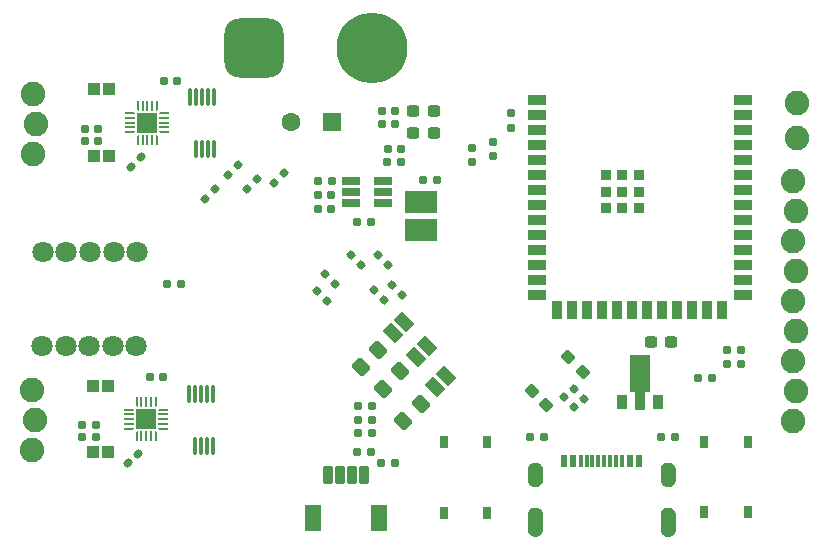
<source format=gbr>
%TF.GenerationSoftware,KiCad,Pcbnew,7.0.2*%
%TF.CreationDate,2023-05-16T16:20:19-04:00*%
%TF.ProjectId,mini_motor_go,6d696e69-5f6d-46f7-946f-725f676f2e6b,rev?*%
%TF.SameCoordinates,Original*%
%TF.FileFunction,Soldermask,Top*%
%TF.FilePolarity,Negative*%
%FSLAX46Y46*%
G04 Gerber Fmt 4.6, Leading zero omitted, Abs format (unit mm)*
G04 Created by KiCad (PCBNEW 7.0.2) date 2023-05-16 16:20:19*
%MOMM*%
%LPD*%
G01*
G04 APERTURE LIST*
G04 Aperture macros list*
%AMRoundRect*
0 Rectangle with rounded corners*
0 $1 Rounding radius*
0 $2 $3 $4 $5 $6 $7 $8 $9 X,Y pos of 4 corners*
0 Add a 4 corners polygon primitive as box body*
4,1,4,$2,$3,$4,$5,$6,$7,$8,$9,$2,$3,0*
0 Add four circle primitives for the rounded corners*
1,1,$1+$1,$2,$3*
1,1,$1+$1,$4,$5*
1,1,$1+$1,$6,$7*
1,1,$1+$1,$8,$9*
0 Add four rect primitives between the rounded corners*
20,1,$1+$1,$2,$3,$4,$5,0*
20,1,$1+$1,$4,$5,$6,$7,0*
20,1,$1+$1,$6,$7,$8,$9,0*
20,1,$1+$1,$8,$9,$2,$3,0*%
%AMRotRect*
0 Rectangle, with rotation*
0 The origin of the aperture is its center*
0 $1 length*
0 $2 width*
0 $3 Rotation angle, in degrees counterclockwise*
0 Add horizontal line*
21,1,$1,$2,0,0,$3*%
%AMFreePoly0*
4,1,14,0.289644,0.110355,0.410355,-0.010356,0.425000,-0.045711,0.425000,-0.075000,0.410355,-0.110355,0.375000,-0.125000,-0.375000,-0.125000,-0.410355,-0.110355,-0.425000,-0.075000,-0.425000,0.075000,-0.410355,0.110355,-0.375000,0.125000,0.254289,0.125000,0.289644,0.110355,0.289644,0.110355,$1*%
%AMFreePoly1*
4,1,14,0.410355,0.110355,0.425000,0.075000,0.425000,0.045711,0.410355,0.010356,0.289644,-0.110355,0.254289,-0.125000,-0.375000,-0.125000,-0.410355,-0.110355,-0.425000,-0.075000,-0.425000,0.075000,-0.410355,0.110355,-0.375000,0.125000,0.375000,0.125000,0.410355,0.110355,0.410355,0.110355,$1*%
%AMFreePoly2*
4,1,14,0.110355,0.410355,0.125000,0.375000,0.125000,-0.375000,0.110355,-0.410355,0.075000,-0.425000,-0.075000,-0.425000,-0.110355,-0.410355,-0.125000,-0.375000,-0.125000,0.254289,-0.110355,0.289644,0.010356,0.410355,0.045711,0.425000,0.075000,0.425000,0.110355,0.410355,0.110355,0.410355,$1*%
%AMFreePoly3*
4,1,14,-0.010356,0.410355,0.110355,0.289644,0.125000,0.254289,0.125000,-0.375000,0.110355,-0.410355,0.075000,-0.425000,-0.075000,-0.425000,-0.110355,-0.410355,-0.125000,-0.375000,-0.125000,0.375000,-0.110355,0.410355,-0.075000,0.425000,-0.045711,0.425000,-0.010356,0.410355,-0.010356,0.410355,$1*%
%AMFreePoly4*
4,1,14,0.410355,0.110355,0.425000,0.075000,0.425000,-0.075000,0.410355,-0.110355,0.375000,-0.125000,-0.254289,-0.125000,-0.289644,-0.110355,-0.410355,0.010356,-0.425000,0.045711,-0.425000,0.075000,-0.410355,0.110355,-0.375000,0.125000,0.375000,0.125000,0.410355,0.110355,0.410355,0.110355,$1*%
%AMFreePoly5*
4,1,14,0.410355,0.110355,0.425000,0.075000,0.425000,-0.075000,0.410355,-0.110355,0.375000,-0.125000,-0.375000,-0.125000,-0.410355,-0.110355,-0.425000,-0.075000,-0.425000,-0.045711,-0.410355,-0.010356,-0.289644,0.110355,-0.254289,0.125000,0.375000,0.125000,0.410355,0.110355,0.410355,0.110355,$1*%
%AMFreePoly6*
4,1,14,0.110355,0.410355,0.125000,0.375000,0.125000,-0.254289,0.110355,-0.289644,-0.010356,-0.410355,-0.045711,-0.425000,-0.075000,-0.425000,-0.110355,-0.410355,-0.125000,-0.375000,-0.125000,0.375000,-0.110355,0.410355,-0.075000,0.425000,0.075000,0.425000,0.110355,0.410355,0.110355,0.410355,$1*%
%AMFreePoly7*
4,1,14,0.110355,0.410355,0.125000,0.375000,0.125000,-0.375000,0.110355,-0.410355,0.075000,-0.425000,0.045711,-0.425000,0.010356,-0.410355,-0.110355,-0.289644,-0.125000,-0.254289,-0.125000,0.375000,-0.110355,0.410355,-0.075000,0.425000,0.075000,0.425000,0.110355,0.410355,0.110355,0.410355,$1*%
%AMFreePoly8*
4,1,9,3.862500,-0.866500,0.737500,-0.866500,0.737500,-0.450000,-0.737500,-0.450000,-0.737500,0.450000,0.737500,0.450000,0.737500,0.866500,3.862500,0.866500,3.862500,-0.866500,3.862500,-0.866500,$1*%
G04 Aperture macros list end*
%ADD10C,0.010000*%
%ADD11R,1.100000X1.000000*%
%ADD12FreePoly0,90.000000*%
%ADD13RoundRect,0.062500X0.062500X-0.362500X0.062500X0.362500X-0.062500X0.362500X-0.062500X-0.362500X0*%
%ADD14FreePoly1,90.000000*%
%ADD15FreePoly2,90.000000*%
%ADD16RoundRect,0.062500X0.362500X-0.062500X0.362500X0.062500X-0.362500X0.062500X-0.362500X-0.062500X0*%
%ADD17FreePoly3,90.000000*%
%ADD18FreePoly4,90.000000*%
%ADD19RoundRect,0.062500X0.062500X-0.350000X0.062500X0.350000X-0.062500X0.350000X-0.062500X-0.350000X0*%
%ADD20FreePoly5,90.000000*%
%ADD21FreePoly6,90.000000*%
%ADD22FreePoly7,90.000000*%
%ADD23R,1.700000X1.700000*%
%ADD24RoundRect,0.155000X0.040659X0.259862X-0.259862X-0.040659X-0.040659X-0.259862X0.259862X0.040659X0*%
%ADD25RoundRect,0.160000X-0.160000X0.197500X-0.160000X-0.197500X0.160000X-0.197500X0.160000X0.197500X0*%
%ADD26C,1.800860*%
%ADD27RotRect,1.000000X1.500000X45.000000*%
%ADD28RoundRect,0.030000X0.120000X-0.695000X0.120000X0.695000X-0.120000X0.695000X-0.120000X-0.695000X0*%
%ADD29RoundRect,0.160000X0.026517X0.252791X-0.252791X-0.026517X-0.026517X-0.252791X0.252791X0.026517X0*%
%ADD30RoundRect,0.250000X0.088388X-0.548008X0.548008X-0.088388X-0.088388X0.548008X-0.548008X0.088388X0*%
%ADD31RoundRect,0.160000X0.197500X0.160000X-0.197500X0.160000X-0.197500X-0.160000X0.197500X-0.160000X0*%
%ADD32RoundRect,0.160000X-0.197500X-0.160000X0.197500X-0.160000X0.197500X0.160000X-0.197500X0.160000X0*%
%ADD33RoundRect,0.155000X-0.212500X-0.155000X0.212500X-0.155000X0.212500X0.155000X-0.212500X0.155000X0*%
%ADD34R,2.800000X1.850000*%
%ADD35RoundRect,0.160000X0.160000X-0.197500X0.160000X0.197500X-0.160000X0.197500X-0.160000X-0.197500X0*%
%ADD36R,0.700000X1.000000*%
%ADD37RoundRect,0.155000X0.212500X0.155000X-0.212500X0.155000X-0.212500X-0.155000X0.212500X-0.155000X0*%
%ADD38RoundRect,0.160000X-0.026517X-0.252791X0.252791X0.026517X0.026517X0.252791X-0.252791X-0.026517X0*%
%ADD39R,1.500000X0.900000*%
%ADD40R,0.900000X1.500000*%
%ADD41R,0.900000X0.900000*%
%ADD42RoundRect,0.160000X-0.252791X0.026517X0.026517X-0.252791X0.252791X-0.026517X-0.026517X0.252791X0*%
%ADD43RoundRect,0.160000X0.252791X-0.026517X-0.026517X0.252791X-0.252791X0.026517X0.026517X-0.252791X0*%
%ADD44RoundRect,0.237500X0.380070X-0.044194X-0.044194X0.380070X-0.380070X0.044194X0.044194X-0.380070X0*%
%ADD45RoundRect,0.237500X-0.300000X-0.237500X0.300000X-0.237500X0.300000X0.237500X-0.300000X0.237500X0*%
%ADD46C,2.082800*%
%ADD47R,1.560000X0.650000*%
%ADD48R,0.600000X1.100000*%
%ADD49R,0.300000X1.100000*%
%ADD50RoundRect,0.155000X-0.155000X0.212500X-0.155000X-0.212500X0.155000X-0.212500X0.155000X0.212500X0*%
%ADD51R,1.600000X1.600000*%
%ADD52C,1.600000*%
%ADD53RoundRect,0.237500X0.300000X0.237500X-0.300000X0.237500X-0.300000X-0.237500X0.300000X-0.237500X0*%
%ADD54RoundRect,0.101600X-0.299720X-0.674370X0.299720X-0.674370X0.299720X0.674370X-0.299720X0.674370X0*%
%ADD55RoundRect,0.101600X-0.599440X-0.999490X0.599440X-0.999490X0.599440X0.999490X-0.599440X0.999490X0*%
%ADD56R,0.900000X1.300000*%
%ADD57FreePoly8,90.000000*%
%ADD58C,6.000000*%
%ADD59RoundRect,1.250000X1.250000X1.250000X-1.250000X1.250000X-1.250000X-1.250000X1.250000X-1.250000X0*%
G04 APERTURE END LIST*
%TO.C,J11*%
D10*
X158781000Y-89921000D02*
X158813000Y-89923000D01*
X158844000Y-89927000D01*
X158875000Y-89933000D01*
X158905000Y-89940000D01*
X158935000Y-89949000D01*
X158965000Y-89960000D01*
X158994000Y-89972000D01*
X159022000Y-89985000D01*
X159050000Y-90000000D01*
X159077000Y-90017000D01*
X159103000Y-90035000D01*
X159128000Y-90054000D01*
X159151000Y-90074000D01*
X159174000Y-90096000D01*
X159196000Y-90119000D01*
X159216000Y-90142000D01*
X159235000Y-90167000D01*
X159253000Y-90193000D01*
X159270000Y-90220000D01*
X159285000Y-90248000D01*
X159298000Y-90276000D01*
X159310000Y-90305000D01*
X159321000Y-90335000D01*
X159330000Y-90365000D01*
X159337000Y-90395000D01*
X159343000Y-90426000D01*
X159347000Y-90457000D01*
X159349000Y-90489000D01*
X159350000Y-90520000D01*
X159350000Y-91320000D01*
X159349000Y-91351000D01*
X159347000Y-91383000D01*
X159343000Y-91414000D01*
X159337000Y-91445000D01*
X159330000Y-91475000D01*
X159321000Y-91505000D01*
X159310000Y-91535000D01*
X159298000Y-91564000D01*
X159285000Y-91592000D01*
X159270000Y-91620000D01*
X159253000Y-91647000D01*
X159235000Y-91673000D01*
X159216000Y-91698000D01*
X159196000Y-91721000D01*
X159174000Y-91744000D01*
X159151000Y-91766000D01*
X159128000Y-91786000D01*
X159103000Y-91805000D01*
X159077000Y-91823000D01*
X159050000Y-91840000D01*
X159022000Y-91855000D01*
X158994000Y-91868000D01*
X158965000Y-91880000D01*
X158935000Y-91891000D01*
X158905000Y-91900000D01*
X158875000Y-91907000D01*
X158844000Y-91913000D01*
X158813000Y-91917000D01*
X158781000Y-91919000D01*
X158750000Y-91920000D01*
X158719000Y-91919000D01*
X158687000Y-91917000D01*
X158656000Y-91913000D01*
X158625000Y-91907000D01*
X158595000Y-91900000D01*
X158565000Y-91891000D01*
X158535000Y-91880000D01*
X158506000Y-91868000D01*
X158478000Y-91855000D01*
X158450000Y-91840000D01*
X158423000Y-91823000D01*
X158397000Y-91805000D01*
X158372000Y-91786000D01*
X158349000Y-91766000D01*
X158326000Y-91744000D01*
X158304000Y-91721000D01*
X158284000Y-91698000D01*
X158265000Y-91673000D01*
X158247000Y-91647000D01*
X158230000Y-91620000D01*
X158215000Y-91592000D01*
X158202000Y-91564000D01*
X158190000Y-91535000D01*
X158179000Y-91505000D01*
X158170000Y-91475000D01*
X158163000Y-91445000D01*
X158157000Y-91414000D01*
X158153000Y-91383000D01*
X158151000Y-91351000D01*
X158150000Y-91320000D01*
X158150000Y-90520000D01*
X158151000Y-90489000D01*
X158153000Y-90457000D01*
X158157000Y-90426000D01*
X158163000Y-90395000D01*
X158170000Y-90365000D01*
X158179000Y-90335000D01*
X158190000Y-90305000D01*
X158202000Y-90276000D01*
X158215000Y-90248000D01*
X158230000Y-90220000D01*
X158247000Y-90193000D01*
X158265000Y-90167000D01*
X158284000Y-90142000D01*
X158304000Y-90119000D01*
X158326000Y-90096000D01*
X158349000Y-90074000D01*
X158372000Y-90054000D01*
X158397000Y-90035000D01*
X158423000Y-90017000D01*
X158450000Y-90000000D01*
X158478000Y-89985000D01*
X158506000Y-89972000D01*
X158535000Y-89960000D01*
X158565000Y-89949000D01*
X158595000Y-89940000D01*
X158625000Y-89933000D01*
X158656000Y-89927000D01*
X158687000Y-89923000D01*
X158719000Y-89921000D01*
X158750000Y-89920000D01*
X158781000Y-89921000D01*
G36*
X158781000Y-89921000D02*
G01*
X158813000Y-89923000D01*
X158844000Y-89927000D01*
X158875000Y-89933000D01*
X158905000Y-89940000D01*
X158935000Y-89949000D01*
X158965000Y-89960000D01*
X158994000Y-89972000D01*
X159022000Y-89985000D01*
X159050000Y-90000000D01*
X159077000Y-90017000D01*
X159103000Y-90035000D01*
X159128000Y-90054000D01*
X159151000Y-90074000D01*
X159174000Y-90096000D01*
X159196000Y-90119000D01*
X159216000Y-90142000D01*
X159235000Y-90167000D01*
X159253000Y-90193000D01*
X159270000Y-90220000D01*
X159285000Y-90248000D01*
X159298000Y-90276000D01*
X159310000Y-90305000D01*
X159321000Y-90335000D01*
X159330000Y-90365000D01*
X159337000Y-90395000D01*
X159343000Y-90426000D01*
X159347000Y-90457000D01*
X159349000Y-90489000D01*
X159350000Y-90520000D01*
X159350000Y-91320000D01*
X159349000Y-91351000D01*
X159347000Y-91383000D01*
X159343000Y-91414000D01*
X159337000Y-91445000D01*
X159330000Y-91475000D01*
X159321000Y-91505000D01*
X159310000Y-91535000D01*
X159298000Y-91564000D01*
X159285000Y-91592000D01*
X159270000Y-91620000D01*
X159253000Y-91647000D01*
X159235000Y-91673000D01*
X159216000Y-91698000D01*
X159196000Y-91721000D01*
X159174000Y-91744000D01*
X159151000Y-91766000D01*
X159128000Y-91786000D01*
X159103000Y-91805000D01*
X159077000Y-91823000D01*
X159050000Y-91840000D01*
X159022000Y-91855000D01*
X158994000Y-91868000D01*
X158965000Y-91880000D01*
X158935000Y-91891000D01*
X158905000Y-91900000D01*
X158875000Y-91907000D01*
X158844000Y-91913000D01*
X158813000Y-91917000D01*
X158781000Y-91919000D01*
X158750000Y-91920000D01*
X158719000Y-91919000D01*
X158687000Y-91917000D01*
X158656000Y-91913000D01*
X158625000Y-91907000D01*
X158595000Y-91900000D01*
X158565000Y-91891000D01*
X158535000Y-91880000D01*
X158506000Y-91868000D01*
X158478000Y-91855000D01*
X158450000Y-91840000D01*
X158423000Y-91823000D01*
X158397000Y-91805000D01*
X158372000Y-91786000D01*
X158349000Y-91766000D01*
X158326000Y-91744000D01*
X158304000Y-91721000D01*
X158284000Y-91698000D01*
X158265000Y-91673000D01*
X158247000Y-91647000D01*
X158230000Y-91620000D01*
X158215000Y-91592000D01*
X158202000Y-91564000D01*
X158190000Y-91535000D01*
X158179000Y-91505000D01*
X158170000Y-91475000D01*
X158163000Y-91445000D01*
X158157000Y-91414000D01*
X158153000Y-91383000D01*
X158151000Y-91351000D01*
X158150000Y-91320000D01*
X158150000Y-90520000D01*
X158151000Y-90489000D01*
X158153000Y-90457000D01*
X158157000Y-90426000D01*
X158163000Y-90395000D01*
X158170000Y-90365000D01*
X158179000Y-90335000D01*
X158190000Y-90305000D01*
X158202000Y-90276000D01*
X158215000Y-90248000D01*
X158230000Y-90220000D01*
X158247000Y-90193000D01*
X158265000Y-90167000D01*
X158284000Y-90142000D01*
X158304000Y-90119000D01*
X158326000Y-90096000D01*
X158349000Y-90074000D01*
X158372000Y-90054000D01*
X158397000Y-90035000D01*
X158423000Y-90017000D01*
X158450000Y-90000000D01*
X158478000Y-89985000D01*
X158506000Y-89972000D01*
X158535000Y-89960000D01*
X158565000Y-89949000D01*
X158595000Y-89940000D01*
X158625000Y-89933000D01*
X158656000Y-89927000D01*
X158687000Y-89923000D01*
X158719000Y-89921000D01*
X158750000Y-89920000D01*
X158781000Y-89921000D01*
G37*
X158781000Y-93721000D02*
X158813000Y-93723000D01*
X158844000Y-93727000D01*
X158875000Y-93733000D01*
X158905000Y-93740000D01*
X158935000Y-93749000D01*
X158965000Y-93760000D01*
X158994000Y-93772000D01*
X159022000Y-93785000D01*
X159050000Y-93800000D01*
X159077000Y-93817000D01*
X159103000Y-93835000D01*
X159128000Y-93854000D01*
X159151000Y-93874000D01*
X159174000Y-93896000D01*
X159196000Y-93919000D01*
X159216000Y-93942000D01*
X159235000Y-93967000D01*
X159253000Y-93993000D01*
X159270000Y-94020000D01*
X159285000Y-94048000D01*
X159298000Y-94076000D01*
X159310000Y-94105000D01*
X159321000Y-94135000D01*
X159330000Y-94165000D01*
X159337000Y-94195000D01*
X159343000Y-94226000D01*
X159347000Y-94257000D01*
X159349000Y-94289000D01*
X159350000Y-94320000D01*
X159350000Y-95520000D01*
X159349000Y-95551000D01*
X159347000Y-95583000D01*
X159343000Y-95614000D01*
X159337000Y-95645000D01*
X159330000Y-95675000D01*
X159321000Y-95705000D01*
X159310000Y-95735000D01*
X159298000Y-95764000D01*
X159285000Y-95792000D01*
X159270000Y-95820000D01*
X159253000Y-95847000D01*
X159235000Y-95873000D01*
X159216000Y-95898000D01*
X159196000Y-95921000D01*
X159174000Y-95944000D01*
X159151000Y-95966000D01*
X159128000Y-95986000D01*
X159103000Y-96005000D01*
X159077000Y-96023000D01*
X159050000Y-96040000D01*
X159022000Y-96055000D01*
X158994000Y-96068000D01*
X158965000Y-96080000D01*
X158935000Y-96091000D01*
X158905000Y-96100000D01*
X158875000Y-96107000D01*
X158844000Y-96113000D01*
X158813000Y-96117000D01*
X158781000Y-96119000D01*
X158750000Y-96120000D01*
X158719000Y-96119000D01*
X158687000Y-96117000D01*
X158656000Y-96113000D01*
X158625000Y-96107000D01*
X158595000Y-96100000D01*
X158565000Y-96091000D01*
X158535000Y-96080000D01*
X158506000Y-96068000D01*
X158478000Y-96055000D01*
X158450000Y-96040000D01*
X158423000Y-96023000D01*
X158397000Y-96005000D01*
X158372000Y-95986000D01*
X158349000Y-95966000D01*
X158326000Y-95944000D01*
X158304000Y-95921000D01*
X158284000Y-95898000D01*
X158265000Y-95873000D01*
X158247000Y-95847000D01*
X158230000Y-95820000D01*
X158215000Y-95792000D01*
X158202000Y-95764000D01*
X158190000Y-95735000D01*
X158179000Y-95705000D01*
X158170000Y-95675000D01*
X158163000Y-95645000D01*
X158157000Y-95614000D01*
X158153000Y-95583000D01*
X158151000Y-95551000D01*
X158150000Y-95520000D01*
X158150000Y-94320000D01*
X158151000Y-94289000D01*
X158153000Y-94257000D01*
X158157000Y-94226000D01*
X158163000Y-94195000D01*
X158170000Y-94165000D01*
X158179000Y-94135000D01*
X158190000Y-94105000D01*
X158202000Y-94076000D01*
X158215000Y-94048000D01*
X158230000Y-94020000D01*
X158247000Y-93993000D01*
X158265000Y-93967000D01*
X158284000Y-93942000D01*
X158304000Y-93919000D01*
X158326000Y-93896000D01*
X158349000Y-93874000D01*
X158372000Y-93854000D01*
X158397000Y-93835000D01*
X158423000Y-93817000D01*
X158450000Y-93800000D01*
X158478000Y-93785000D01*
X158506000Y-93772000D01*
X158535000Y-93760000D01*
X158565000Y-93749000D01*
X158595000Y-93740000D01*
X158625000Y-93733000D01*
X158656000Y-93727000D01*
X158687000Y-93723000D01*
X158719000Y-93721000D01*
X158750000Y-93720000D01*
X158781000Y-93721000D01*
G36*
X158781000Y-93721000D02*
G01*
X158813000Y-93723000D01*
X158844000Y-93727000D01*
X158875000Y-93733000D01*
X158905000Y-93740000D01*
X158935000Y-93749000D01*
X158965000Y-93760000D01*
X158994000Y-93772000D01*
X159022000Y-93785000D01*
X159050000Y-93800000D01*
X159077000Y-93817000D01*
X159103000Y-93835000D01*
X159128000Y-93854000D01*
X159151000Y-93874000D01*
X159174000Y-93896000D01*
X159196000Y-93919000D01*
X159216000Y-93942000D01*
X159235000Y-93967000D01*
X159253000Y-93993000D01*
X159270000Y-94020000D01*
X159285000Y-94048000D01*
X159298000Y-94076000D01*
X159310000Y-94105000D01*
X159321000Y-94135000D01*
X159330000Y-94165000D01*
X159337000Y-94195000D01*
X159343000Y-94226000D01*
X159347000Y-94257000D01*
X159349000Y-94289000D01*
X159350000Y-94320000D01*
X159350000Y-95520000D01*
X159349000Y-95551000D01*
X159347000Y-95583000D01*
X159343000Y-95614000D01*
X159337000Y-95645000D01*
X159330000Y-95675000D01*
X159321000Y-95705000D01*
X159310000Y-95735000D01*
X159298000Y-95764000D01*
X159285000Y-95792000D01*
X159270000Y-95820000D01*
X159253000Y-95847000D01*
X159235000Y-95873000D01*
X159216000Y-95898000D01*
X159196000Y-95921000D01*
X159174000Y-95944000D01*
X159151000Y-95966000D01*
X159128000Y-95986000D01*
X159103000Y-96005000D01*
X159077000Y-96023000D01*
X159050000Y-96040000D01*
X159022000Y-96055000D01*
X158994000Y-96068000D01*
X158965000Y-96080000D01*
X158935000Y-96091000D01*
X158905000Y-96100000D01*
X158875000Y-96107000D01*
X158844000Y-96113000D01*
X158813000Y-96117000D01*
X158781000Y-96119000D01*
X158750000Y-96120000D01*
X158719000Y-96119000D01*
X158687000Y-96117000D01*
X158656000Y-96113000D01*
X158625000Y-96107000D01*
X158595000Y-96100000D01*
X158565000Y-96091000D01*
X158535000Y-96080000D01*
X158506000Y-96068000D01*
X158478000Y-96055000D01*
X158450000Y-96040000D01*
X158423000Y-96023000D01*
X158397000Y-96005000D01*
X158372000Y-95986000D01*
X158349000Y-95966000D01*
X158326000Y-95944000D01*
X158304000Y-95921000D01*
X158284000Y-95898000D01*
X158265000Y-95873000D01*
X158247000Y-95847000D01*
X158230000Y-95820000D01*
X158215000Y-95792000D01*
X158202000Y-95764000D01*
X158190000Y-95735000D01*
X158179000Y-95705000D01*
X158170000Y-95675000D01*
X158163000Y-95645000D01*
X158157000Y-95614000D01*
X158153000Y-95583000D01*
X158151000Y-95551000D01*
X158150000Y-95520000D01*
X158150000Y-94320000D01*
X158151000Y-94289000D01*
X158153000Y-94257000D01*
X158157000Y-94226000D01*
X158163000Y-94195000D01*
X158170000Y-94165000D01*
X158179000Y-94135000D01*
X158190000Y-94105000D01*
X158202000Y-94076000D01*
X158215000Y-94048000D01*
X158230000Y-94020000D01*
X158247000Y-93993000D01*
X158265000Y-93967000D01*
X158284000Y-93942000D01*
X158304000Y-93919000D01*
X158326000Y-93896000D01*
X158349000Y-93874000D01*
X158372000Y-93854000D01*
X158397000Y-93835000D01*
X158423000Y-93817000D01*
X158450000Y-93800000D01*
X158478000Y-93785000D01*
X158506000Y-93772000D01*
X158535000Y-93760000D01*
X158565000Y-93749000D01*
X158595000Y-93740000D01*
X158625000Y-93733000D01*
X158656000Y-93727000D01*
X158687000Y-93723000D01*
X158719000Y-93721000D01*
X158750000Y-93720000D01*
X158781000Y-93721000D01*
G37*
X170021000Y-89921000D02*
X170053000Y-89923000D01*
X170084000Y-89927000D01*
X170115000Y-89933000D01*
X170145000Y-89940000D01*
X170175000Y-89949000D01*
X170205000Y-89960000D01*
X170234000Y-89972000D01*
X170262000Y-89985000D01*
X170290000Y-90000000D01*
X170317000Y-90017000D01*
X170343000Y-90035000D01*
X170368000Y-90054000D01*
X170391000Y-90074000D01*
X170414000Y-90096000D01*
X170436000Y-90119000D01*
X170456000Y-90142000D01*
X170475000Y-90167000D01*
X170493000Y-90193000D01*
X170510000Y-90220000D01*
X170525000Y-90248000D01*
X170538000Y-90276000D01*
X170550000Y-90305000D01*
X170561000Y-90335000D01*
X170570000Y-90365000D01*
X170577000Y-90395000D01*
X170583000Y-90426000D01*
X170587000Y-90457000D01*
X170589000Y-90489000D01*
X170590000Y-90520000D01*
X170590000Y-91320000D01*
X170589000Y-91351000D01*
X170587000Y-91383000D01*
X170583000Y-91414000D01*
X170577000Y-91445000D01*
X170570000Y-91475000D01*
X170561000Y-91505000D01*
X170550000Y-91535000D01*
X170538000Y-91564000D01*
X170525000Y-91592000D01*
X170510000Y-91620000D01*
X170493000Y-91647000D01*
X170475000Y-91673000D01*
X170456000Y-91698000D01*
X170436000Y-91721000D01*
X170414000Y-91744000D01*
X170391000Y-91766000D01*
X170368000Y-91786000D01*
X170343000Y-91805000D01*
X170317000Y-91823000D01*
X170290000Y-91840000D01*
X170262000Y-91855000D01*
X170234000Y-91868000D01*
X170205000Y-91880000D01*
X170175000Y-91891000D01*
X170145000Y-91900000D01*
X170115000Y-91907000D01*
X170084000Y-91913000D01*
X170053000Y-91917000D01*
X170021000Y-91919000D01*
X169990000Y-91920000D01*
X169959000Y-91919000D01*
X169927000Y-91917000D01*
X169896000Y-91913000D01*
X169865000Y-91907000D01*
X169835000Y-91900000D01*
X169805000Y-91891000D01*
X169775000Y-91880000D01*
X169746000Y-91868000D01*
X169718000Y-91855000D01*
X169690000Y-91840000D01*
X169663000Y-91823000D01*
X169637000Y-91805000D01*
X169612000Y-91786000D01*
X169589000Y-91766000D01*
X169566000Y-91744000D01*
X169544000Y-91721000D01*
X169524000Y-91698000D01*
X169505000Y-91673000D01*
X169487000Y-91647000D01*
X169470000Y-91620000D01*
X169455000Y-91592000D01*
X169442000Y-91564000D01*
X169430000Y-91535000D01*
X169419000Y-91505000D01*
X169410000Y-91475000D01*
X169403000Y-91445000D01*
X169397000Y-91414000D01*
X169393000Y-91383000D01*
X169391000Y-91351000D01*
X169390000Y-91320000D01*
X169390000Y-90520000D01*
X169391000Y-90489000D01*
X169393000Y-90457000D01*
X169397000Y-90426000D01*
X169403000Y-90395000D01*
X169410000Y-90365000D01*
X169419000Y-90335000D01*
X169430000Y-90305000D01*
X169442000Y-90276000D01*
X169455000Y-90248000D01*
X169470000Y-90220000D01*
X169487000Y-90193000D01*
X169505000Y-90167000D01*
X169524000Y-90142000D01*
X169544000Y-90119000D01*
X169566000Y-90096000D01*
X169589000Y-90074000D01*
X169612000Y-90054000D01*
X169637000Y-90035000D01*
X169663000Y-90017000D01*
X169690000Y-90000000D01*
X169718000Y-89985000D01*
X169746000Y-89972000D01*
X169775000Y-89960000D01*
X169805000Y-89949000D01*
X169835000Y-89940000D01*
X169865000Y-89933000D01*
X169896000Y-89927000D01*
X169927000Y-89923000D01*
X169959000Y-89921000D01*
X169990000Y-89920000D01*
X170021000Y-89921000D01*
G36*
X170021000Y-89921000D02*
G01*
X170053000Y-89923000D01*
X170084000Y-89927000D01*
X170115000Y-89933000D01*
X170145000Y-89940000D01*
X170175000Y-89949000D01*
X170205000Y-89960000D01*
X170234000Y-89972000D01*
X170262000Y-89985000D01*
X170290000Y-90000000D01*
X170317000Y-90017000D01*
X170343000Y-90035000D01*
X170368000Y-90054000D01*
X170391000Y-90074000D01*
X170414000Y-90096000D01*
X170436000Y-90119000D01*
X170456000Y-90142000D01*
X170475000Y-90167000D01*
X170493000Y-90193000D01*
X170510000Y-90220000D01*
X170525000Y-90248000D01*
X170538000Y-90276000D01*
X170550000Y-90305000D01*
X170561000Y-90335000D01*
X170570000Y-90365000D01*
X170577000Y-90395000D01*
X170583000Y-90426000D01*
X170587000Y-90457000D01*
X170589000Y-90489000D01*
X170590000Y-90520000D01*
X170590000Y-91320000D01*
X170589000Y-91351000D01*
X170587000Y-91383000D01*
X170583000Y-91414000D01*
X170577000Y-91445000D01*
X170570000Y-91475000D01*
X170561000Y-91505000D01*
X170550000Y-91535000D01*
X170538000Y-91564000D01*
X170525000Y-91592000D01*
X170510000Y-91620000D01*
X170493000Y-91647000D01*
X170475000Y-91673000D01*
X170456000Y-91698000D01*
X170436000Y-91721000D01*
X170414000Y-91744000D01*
X170391000Y-91766000D01*
X170368000Y-91786000D01*
X170343000Y-91805000D01*
X170317000Y-91823000D01*
X170290000Y-91840000D01*
X170262000Y-91855000D01*
X170234000Y-91868000D01*
X170205000Y-91880000D01*
X170175000Y-91891000D01*
X170145000Y-91900000D01*
X170115000Y-91907000D01*
X170084000Y-91913000D01*
X170053000Y-91917000D01*
X170021000Y-91919000D01*
X169990000Y-91920000D01*
X169959000Y-91919000D01*
X169927000Y-91917000D01*
X169896000Y-91913000D01*
X169865000Y-91907000D01*
X169835000Y-91900000D01*
X169805000Y-91891000D01*
X169775000Y-91880000D01*
X169746000Y-91868000D01*
X169718000Y-91855000D01*
X169690000Y-91840000D01*
X169663000Y-91823000D01*
X169637000Y-91805000D01*
X169612000Y-91786000D01*
X169589000Y-91766000D01*
X169566000Y-91744000D01*
X169544000Y-91721000D01*
X169524000Y-91698000D01*
X169505000Y-91673000D01*
X169487000Y-91647000D01*
X169470000Y-91620000D01*
X169455000Y-91592000D01*
X169442000Y-91564000D01*
X169430000Y-91535000D01*
X169419000Y-91505000D01*
X169410000Y-91475000D01*
X169403000Y-91445000D01*
X169397000Y-91414000D01*
X169393000Y-91383000D01*
X169391000Y-91351000D01*
X169390000Y-91320000D01*
X169390000Y-90520000D01*
X169391000Y-90489000D01*
X169393000Y-90457000D01*
X169397000Y-90426000D01*
X169403000Y-90395000D01*
X169410000Y-90365000D01*
X169419000Y-90335000D01*
X169430000Y-90305000D01*
X169442000Y-90276000D01*
X169455000Y-90248000D01*
X169470000Y-90220000D01*
X169487000Y-90193000D01*
X169505000Y-90167000D01*
X169524000Y-90142000D01*
X169544000Y-90119000D01*
X169566000Y-90096000D01*
X169589000Y-90074000D01*
X169612000Y-90054000D01*
X169637000Y-90035000D01*
X169663000Y-90017000D01*
X169690000Y-90000000D01*
X169718000Y-89985000D01*
X169746000Y-89972000D01*
X169775000Y-89960000D01*
X169805000Y-89949000D01*
X169835000Y-89940000D01*
X169865000Y-89933000D01*
X169896000Y-89927000D01*
X169927000Y-89923000D01*
X169959000Y-89921000D01*
X169990000Y-89920000D01*
X170021000Y-89921000D01*
G37*
X170021000Y-93721000D02*
X170053000Y-93723000D01*
X170084000Y-93727000D01*
X170115000Y-93733000D01*
X170145000Y-93740000D01*
X170175000Y-93749000D01*
X170205000Y-93760000D01*
X170234000Y-93772000D01*
X170262000Y-93785000D01*
X170290000Y-93800000D01*
X170317000Y-93817000D01*
X170343000Y-93835000D01*
X170368000Y-93854000D01*
X170391000Y-93874000D01*
X170414000Y-93896000D01*
X170436000Y-93919000D01*
X170456000Y-93942000D01*
X170475000Y-93967000D01*
X170493000Y-93993000D01*
X170510000Y-94020000D01*
X170525000Y-94048000D01*
X170538000Y-94076000D01*
X170550000Y-94105000D01*
X170561000Y-94135000D01*
X170570000Y-94165000D01*
X170577000Y-94195000D01*
X170583000Y-94226000D01*
X170587000Y-94257000D01*
X170589000Y-94289000D01*
X170590000Y-94320000D01*
X170590000Y-94920000D01*
X170590000Y-95520000D01*
X170589000Y-95551000D01*
X170587000Y-95583000D01*
X170583000Y-95614000D01*
X170577000Y-95645000D01*
X170570000Y-95675000D01*
X170561000Y-95705000D01*
X170550000Y-95735000D01*
X170538000Y-95764000D01*
X170525000Y-95792000D01*
X170510000Y-95820000D01*
X170493000Y-95847000D01*
X170475000Y-95873000D01*
X170456000Y-95898000D01*
X170436000Y-95921000D01*
X170414000Y-95944000D01*
X170391000Y-95966000D01*
X170368000Y-95986000D01*
X170343000Y-96005000D01*
X170317000Y-96023000D01*
X170290000Y-96040000D01*
X170262000Y-96055000D01*
X170234000Y-96068000D01*
X170205000Y-96080000D01*
X170175000Y-96091000D01*
X170145000Y-96100000D01*
X170115000Y-96107000D01*
X170084000Y-96113000D01*
X170053000Y-96117000D01*
X170021000Y-96119000D01*
X169990000Y-96120000D01*
X169959000Y-96119000D01*
X169927000Y-96117000D01*
X169896000Y-96113000D01*
X169865000Y-96107000D01*
X169835000Y-96100000D01*
X169805000Y-96091000D01*
X169775000Y-96080000D01*
X169746000Y-96068000D01*
X169718000Y-96055000D01*
X169690000Y-96040000D01*
X169663000Y-96023000D01*
X169637000Y-96005000D01*
X169612000Y-95986000D01*
X169589000Y-95966000D01*
X169566000Y-95944000D01*
X169544000Y-95921000D01*
X169524000Y-95898000D01*
X169505000Y-95873000D01*
X169487000Y-95847000D01*
X169470000Y-95820000D01*
X169455000Y-95792000D01*
X169442000Y-95764000D01*
X169430000Y-95735000D01*
X169419000Y-95705000D01*
X169410000Y-95675000D01*
X169403000Y-95645000D01*
X169397000Y-95614000D01*
X169393000Y-95583000D01*
X169391000Y-95551000D01*
X169390000Y-95520000D01*
X169390000Y-94920000D01*
X169390000Y-94320000D01*
X169391000Y-94289000D01*
X169393000Y-94257000D01*
X169397000Y-94226000D01*
X169403000Y-94195000D01*
X169410000Y-94165000D01*
X169419000Y-94135000D01*
X169430000Y-94105000D01*
X169442000Y-94076000D01*
X169455000Y-94048000D01*
X169470000Y-94020000D01*
X169487000Y-93993000D01*
X169505000Y-93967000D01*
X169524000Y-93942000D01*
X169544000Y-93919000D01*
X169566000Y-93896000D01*
X169589000Y-93874000D01*
X169612000Y-93854000D01*
X169637000Y-93835000D01*
X169663000Y-93817000D01*
X169690000Y-93800000D01*
X169718000Y-93785000D01*
X169746000Y-93772000D01*
X169775000Y-93760000D01*
X169805000Y-93749000D01*
X169835000Y-93740000D01*
X169865000Y-93733000D01*
X169896000Y-93727000D01*
X169927000Y-93723000D01*
X169959000Y-93721000D01*
X169990000Y-93720000D01*
X170021000Y-93721000D01*
G36*
X170021000Y-93721000D02*
G01*
X170053000Y-93723000D01*
X170084000Y-93727000D01*
X170115000Y-93733000D01*
X170145000Y-93740000D01*
X170175000Y-93749000D01*
X170205000Y-93760000D01*
X170234000Y-93772000D01*
X170262000Y-93785000D01*
X170290000Y-93800000D01*
X170317000Y-93817000D01*
X170343000Y-93835000D01*
X170368000Y-93854000D01*
X170391000Y-93874000D01*
X170414000Y-93896000D01*
X170436000Y-93919000D01*
X170456000Y-93942000D01*
X170475000Y-93967000D01*
X170493000Y-93993000D01*
X170510000Y-94020000D01*
X170525000Y-94048000D01*
X170538000Y-94076000D01*
X170550000Y-94105000D01*
X170561000Y-94135000D01*
X170570000Y-94165000D01*
X170577000Y-94195000D01*
X170583000Y-94226000D01*
X170587000Y-94257000D01*
X170589000Y-94289000D01*
X170590000Y-94320000D01*
X170590000Y-94920000D01*
X170590000Y-95520000D01*
X170589000Y-95551000D01*
X170587000Y-95583000D01*
X170583000Y-95614000D01*
X170577000Y-95645000D01*
X170570000Y-95675000D01*
X170561000Y-95705000D01*
X170550000Y-95735000D01*
X170538000Y-95764000D01*
X170525000Y-95792000D01*
X170510000Y-95820000D01*
X170493000Y-95847000D01*
X170475000Y-95873000D01*
X170456000Y-95898000D01*
X170436000Y-95921000D01*
X170414000Y-95944000D01*
X170391000Y-95966000D01*
X170368000Y-95986000D01*
X170343000Y-96005000D01*
X170317000Y-96023000D01*
X170290000Y-96040000D01*
X170262000Y-96055000D01*
X170234000Y-96068000D01*
X170205000Y-96080000D01*
X170175000Y-96091000D01*
X170145000Y-96100000D01*
X170115000Y-96107000D01*
X170084000Y-96113000D01*
X170053000Y-96117000D01*
X170021000Y-96119000D01*
X169990000Y-96120000D01*
X169959000Y-96119000D01*
X169927000Y-96117000D01*
X169896000Y-96113000D01*
X169865000Y-96107000D01*
X169835000Y-96100000D01*
X169805000Y-96091000D01*
X169775000Y-96080000D01*
X169746000Y-96068000D01*
X169718000Y-96055000D01*
X169690000Y-96040000D01*
X169663000Y-96023000D01*
X169637000Y-96005000D01*
X169612000Y-95986000D01*
X169589000Y-95966000D01*
X169566000Y-95944000D01*
X169544000Y-95921000D01*
X169524000Y-95898000D01*
X169505000Y-95873000D01*
X169487000Y-95847000D01*
X169470000Y-95820000D01*
X169455000Y-95792000D01*
X169442000Y-95764000D01*
X169430000Y-95735000D01*
X169419000Y-95705000D01*
X169410000Y-95675000D01*
X169403000Y-95645000D01*
X169397000Y-95614000D01*
X169393000Y-95583000D01*
X169391000Y-95551000D01*
X169390000Y-95520000D01*
X169390000Y-94920000D01*
X169390000Y-94320000D01*
X169391000Y-94289000D01*
X169393000Y-94257000D01*
X169397000Y-94226000D01*
X169403000Y-94195000D01*
X169410000Y-94165000D01*
X169419000Y-94135000D01*
X169430000Y-94105000D01*
X169442000Y-94076000D01*
X169455000Y-94048000D01*
X169470000Y-94020000D01*
X169487000Y-93993000D01*
X169505000Y-93967000D01*
X169524000Y-93942000D01*
X169544000Y-93919000D01*
X169566000Y-93896000D01*
X169589000Y-93874000D01*
X169612000Y-93854000D01*
X169637000Y-93835000D01*
X169663000Y-93817000D01*
X169690000Y-93800000D01*
X169718000Y-93785000D01*
X169746000Y-93772000D01*
X169775000Y-93760000D01*
X169805000Y-93749000D01*
X169835000Y-93740000D01*
X169865000Y-93733000D01*
X169896000Y-93727000D01*
X169927000Y-93723000D01*
X169959000Y-93721000D01*
X169990000Y-93720000D01*
X170021000Y-93721000D01*
G37*
%TD*%
D11*
%TO.C,R1*%
X122602301Y-89038832D03*
X121302301Y-89038832D03*
%TD*%
%TO.C,R2*%
X122616183Y-83423249D03*
X121316183Y-83423249D03*
%TD*%
%TO.C,R15*%
X122692299Y-63932415D03*
X121392299Y-63932415D03*
%TD*%
%TO.C,R16*%
X122707923Y-58313966D03*
X121407923Y-58313966D03*
%TD*%
D12*
%TO.C,U5*%
X125039938Y-87694093D03*
D13*
X125439938Y-87694093D03*
X125839938Y-87694093D03*
X126239938Y-87694093D03*
D14*
X126639938Y-87694093D03*
D15*
X127289938Y-87044093D03*
D16*
X127289938Y-86644093D03*
X127289938Y-86244093D03*
X127289938Y-85844093D03*
D17*
X127289938Y-85444093D03*
D18*
X126639938Y-84794093D03*
D13*
X126239938Y-84794093D03*
D19*
X125839938Y-84806593D03*
D13*
X125439938Y-84794093D03*
D20*
X125039938Y-84794093D03*
D21*
X124389938Y-85444093D03*
D16*
X124389938Y-85844093D03*
X124389938Y-86244093D03*
X124389938Y-86644093D03*
D22*
X124389938Y-87044093D03*
D23*
X125839938Y-86244093D03*
%TD*%
D12*
%TO.C,U2*%
X125131600Y-62586400D03*
D13*
X125531600Y-62586400D03*
X125931600Y-62586400D03*
X126331600Y-62586400D03*
D14*
X126731600Y-62586400D03*
D15*
X127381600Y-61936400D03*
D16*
X127381600Y-61536400D03*
X127381600Y-61136400D03*
X127381600Y-60736400D03*
D17*
X127381600Y-60336400D03*
D18*
X126731600Y-59686400D03*
D13*
X126331600Y-59686400D03*
D19*
X125931600Y-59698900D03*
D13*
X125531600Y-59686400D03*
D20*
X125131600Y-59686400D03*
D21*
X124481600Y-60336400D03*
D16*
X124481600Y-60736400D03*
X124481600Y-61136400D03*
X124481600Y-61536400D03*
D22*
X124481600Y-61936400D03*
D23*
X125931600Y-61136400D03*
%TD*%
D24*
%TO.C,C2*%
X125104280Y-89164457D03*
X124301714Y-89967023D03*
%TD*%
D25*
%TO.C,R14*%
X153416000Y-63246000D03*
X153416000Y-64441000D03*
%TD*%
D26*
%TO.C,J4*%
X117019000Y-80010000D03*
X119017980Y-80010000D03*
X121016960Y-80010000D03*
X123015940Y-80010000D03*
X125014920Y-80010000D03*
%TD*%
D27*
%TO.C,JP1*%
X150316269Y-83476012D03*
X151235507Y-82556774D03*
%TD*%
D28*
%TO.C,U4*%
X130070599Y-63370400D03*
X130570599Y-63370400D03*
X131070599Y-63370400D03*
X131570599Y-63370400D03*
X131570599Y-58970400D03*
X131070599Y-58970400D03*
X130570599Y-58970400D03*
X130070599Y-58970400D03*
X129570599Y-58970400D03*
%TD*%
D29*
%TO.C,R7*%
X135233210Y-65934790D03*
X134388218Y-66779782D03*
%TD*%
D30*
%TO.C,<-3V3*%
X144001476Y-81810181D03*
X145451044Y-80360613D03*
%TD*%
%TO.C,<-Io8*%
X147614454Y-86368783D03*
X149064022Y-84919215D03*
%TD*%
D28*
%TO.C,U3*%
X129979524Y-88476458D03*
X130479524Y-88476458D03*
X130979524Y-88476458D03*
X131479524Y-88476458D03*
X131479524Y-84076458D03*
X130979524Y-84076458D03*
X130479524Y-84076458D03*
X129979524Y-84076458D03*
X129479524Y-84076458D03*
%TD*%
D31*
%TO.C,R25*%
X173781468Y-82714817D03*
X172586468Y-82714817D03*
%TD*%
D32*
%TO.C,R17*%
X146242500Y-64472000D03*
X147437500Y-64472000D03*
%TD*%
D31*
%TO.C,R33*%
X144925100Y-85160104D03*
X143730100Y-85160104D03*
%TD*%
D33*
%TO.C,C6*%
X120616900Y-62664000D03*
X121751900Y-62664000D03*
%TD*%
D34*
%TO.C,L1*%
X149098000Y-67883000D03*
X149098000Y-70183000D03*
%TD*%
D31*
%TO.C,R22*%
X144932658Y-86282843D03*
X143737658Y-86282843D03*
%TD*%
D29*
%TO.C,R5*%
X133634815Y-64739185D03*
X132789823Y-65584177D03*
%TD*%
D31*
%TO.C,R24*%
X170642456Y-87745727D03*
X169447456Y-87745727D03*
%TD*%
D27*
%TO.C,JP3*%
X146751784Y-78939106D03*
X147671022Y-78019868D03*
%TD*%
D35*
%TO.C,R19*%
X141485388Y-68458015D03*
X141485388Y-67263015D03*
%TD*%
D33*
%TO.C,C13*%
X146296573Y-63398198D03*
X147431573Y-63398198D03*
%TD*%
D36*
%TO.C,J7*%
X173084000Y-94138000D03*
X173084000Y-88138000D03*
X176784000Y-94138000D03*
X176784000Y-88138000D03*
%TD*%
D37*
%TO.C,C5*%
X121749900Y-61643600D03*
X120614900Y-61643600D03*
%TD*%
D38*
%TO.C,R9*%
X130779185Y-67594815D03*
X131624177Y-66749823D03*
%TD*%
D39*
%TO.C,U1*%
X158890000Y-59260000D03*
X158890000Y-60530000D03*
X158890000Y-61800000D03*
X158890000Y-63070000D03*
X158890000Y-64340000D03*
X158890000Y-65610000D03*
X158890000Y-66880000D03*
X158890000Y-68150000D03*
X158890000Y-69420000D03*
X158890000Y-70690000D03*
X158890000Y-71960000D03*
X158890000Y-73230000D03*
X158890000Y-74500000D03*
X158890000Y-75770000D03*
D40*
X160655000Y-77020000D03*
X161925000Y-77020000D03*
X163195000Y-77020000D03*
X164465000Y-77020000D03*
X165735000Y-77020000D03*
X167005000Y-77020000D03*
X168275000Y-77020000D03*
X169545000Y-77020000D03*
X170815000Y-77020000D03*
X172085000Y-77020000D03*
X173355000Y-77020000D03*
X174625000Y-77020000D03*
D39*
X176390000Y-75770000D03*
X176390000Y-74500000D03*
X176390000Y-73230000D03*
X176390000Y-71960000D03*
X176390000Y-70690000D03*
X176390000Y-69420000D03*
X176390000Y-68150000D03*
X176390000Y-66880000D03*
X176390000Y-65610000D03*
X176390000Y-64340000D03*
X176390000Y-63070000D03*
X176390000Y-61800000D03*
X176390000Y-60530000D03*
X176390000Y-59260000D03*
D41*
X164740000Y-65580000D03*
X164740000Y-66980000D03*
X164740000Y-68380000D03*
X166140000Y-65580000D03*
X166140000Y-66980000D03*
X166140000Y-68380000D03*
X167540000Y-65580000D03*
X167540000Y-66980000D03*
X167540000Y-68380000D03*
%TD*%
D25*
%TO.C,R10*%
X155194000Y-62738000D03*
X155194000Y-63933000D03*
%TD*%
D32*
%TO.C,R23*%
X158335161Y-87723495D03*
X159530161Y-87723495D03*
%TD*%
D42*
%TO.C,R11*%
X145437646Y-72329225D03*
X146282638Y-73174217D03*
%TD*%
D43*
%TO.C,R3*%
X147529735Y-75735409D03*
X146684743Y-74890417D03*
%TD*%
D32*
%TO.C,R27*%
X175035536Y-80395264D03*
X176230536Y-80395264D03*
%TD*%
%TO.C,R26*%
X175034864Y-81603353D03*
X176229864Y-81603353D03*
%TD*%
D37*
%TO.C,C1*%
X121565890Y-86727162D03*
X120430890Y-86727162D03*
%TD*%
D42*
%TO.C,R20*%
X162022197Y-83666041D03*
X162867189Y-84511033D03*
%TD*%
D44*
%TO.C,C20*%
X159722421Y-85046421D03*
X158502661Y-83826661D03*
%TD*%
D33*
%TO.C,C3*%
X120435690Y-87750768D03*
X121570690Y-87750768D03*
%TD*%
D45*
%TO.C,C18*%
X168539500Y-79712000D03*
X170264500Y-79712000D03*
%TD*%
D36*
%TO.C,J6*%
X151024197Y-94152726D03*
X151024197Y-88152726D03*
X154724197Y-94152726D03*
X154724197Y-88152726D03*
%TD*%
D46*
%TO.C,J2*%
X116174213Y-88862054D03*
X116428213Y-86322054D03*
X116174213Y-83782054D03*
%TD*%
D42*
%TO.C,R13*%
X140970856Y-73914856D03*
X141815848Y-74759848D03*
%TD*%
D47*
%TO.C,U7*%
X145856000Y-67934001D03*
X145856000Y-66984001D03*
X145856000Y-66034001D03*
X143156000Y-66034001D03*
X143156000Y-66984001D03*
X143156000Y-67934001D03*
%TD*%
D37*
%TO.C,C8*%
X128465516Y-57615537D03*
X127330516Y-57615537D03*
%TD*%
D48*
%TO.C,J11*%
X161170000Y-89770000D03*
X161970000Y-89770000D03*
D49*
X163120000Y-89770000D03*
X164120000Y-89770000D03*
X164620000Y-89770000D03*
X165620000Y-89770000D03*
D48*
X167570000Y-89770000D03*
X166770000Y-89770000D03*
D49*
X166120000Y-89770000D03*
X165120000Y-89770000D03*
X163620000Y-89770000D03*
X162620000Y-89770000D03*
%TD*%
D46*
%TO.C,J10*%
X180975000Y-62407800D03*
X180975000Y-59512200D03*
%TD*%
D50*
%TO.C,C14*%
X146936000Y-60138500D03*
X146936000Y-61273500D03*
%TD*%
D32*
%TO.C,R29*%
X143716150Y-88987791D03*
X144911150Y-88987791D03*
%TD*%
%TO.C,R31*%
X127612469Y-74754958D03*
X128807469Y-74754958D03*
%TD*%
D25*
%TO.C,R30*%
X156723042Y-60354469D03*
X156723042Y-61549469D03*
%TD*%
D51*
%TO.C,C10*%
X141585605Y-61085748D03*
D52*
X138085605Y-61085748D03*
%TD*%
D27*
%TO.C,JP2*%
X148682816Y-80975349D03*
X149602054Y-80056111D03*
%TD*%
D33*
%TO.C,C17*%
X149292500Y-65984000D03*
X150427500Y-65984000D03*
%TD*%
D44*
%TO.C,C19*%
X162791634Y-82231208D03*
X161571874Y-81011448D03*
%TD*%
D43*
%TO.C,R6*%
X145974749Y-76124749D03*
X145129757Y-75279757D03*
%TD*%
D31*
%TO.C,R32*%
X144924463Y-87422886D03*
X143729463Y-87422886D03*
%TD*%
D33*
%TO.C,C16*%
X140402500Y-66046001D03*
X141537500Y-66046001D03*
%TD*%
D50*
%TO.C,C12*%
X145796000Y-60138501D03*
X145796000Y-61273501D03*
%TD*%
D53*
%TO.C,C11*%
X150176500Y-61998000D03*
X148451500Y-61998000D03*
%TD*%
D29*
%TO.C,R12*%
X137473210Y-65426790D03*
X136628218Y-66271782D03*
%TD*%
D53*
%TO.C,C9*%
X150176500Y-60190000D03*
X148451500Y-60190000D03*
%TD*%
D24*
%TO.C,C7*%
X125390615Y-64045637D03*
X124588049Y-64848203D03*
%TD*%
D26*
%TO.C,J3*%
X117085040Y-72050910D03*
X119084020Y-72050910D03*
X121083000Y-72050910D03*
X123081980Y-72050910D03*
X125080960Y-72050910D03*
%TD*%
D54*
%TO.C,J5*%
X141249400Y-90932000D03*
X142250160Y-90932000D03*
X143245840Y-90932000D03*
X144246600Y-90932000D03*
D55*
X145547080Y-94604840D03*
X139948920Y-94604840D03*
%TD*%
D31*
%TO.C,R28*%
X146885250Y-89929808D03*
X145690250Y-89929808D03*
%TD*%
D30*
%TO.C,<-Io38*%
X145856402Y-83648731D03*
X147305970Y-82199163D03*
%TD*%
D42*
%TO.C,R21*%
X161236811Y-84398967D03*
X162081803Y-85243959D03*
%TD*%
D46*
%TO.C,J1*%
X116257000Y-63754000D03*
X116511000Y-61214000D03*
X116257000Y-58674000D03*
%TD*%
D42*
%TO.C,R8*%
X140314066Y-75395277D03*
X141159058Y-76240269D03*
%TD*%
D37*
%TO.C,C15*%
X144839500Y-69528000D03*
X143704500Y-69528000D03*
%TD*%
D46*
%TO.C,J9*%
X180594000Y-86360000D03*
X180848000Y-83820000D03*
X180594000Y-81280000D03*
X180848000Y-78740000D03*
X180594000Y-76200000D03*
X180848000Y-73660000D03*
X180594000Y-71120000D03*
X180848000Y-68580000D03*
X180594000Y-66040000D03*
%TD*%
D56*
%TO.C,U6*%
X166140001Y-84754000D03*
D57*
X167640001Y-84666500D03*
D56*
X169140001Y-84754000D03*
%TD*%
D37*
%TO.C,C4*%
X127292400Y-82641401D03*
X126157400Y-82641401D03*
%TD*%
D35*
%TO.C,R18*%
X140374867Y-68481496D03*
X140374867Y-67286496D03*
%TD*%
D42*
%TO.C,R4*%
X143167761Y-72374741D03*
X144012753Y-73219733D03*
%TD*%
D58*
%TO.C,J8*%
X144924420Y-54825621D03*
D59*
X134924420Y-54825621D03*
%TD*%
M02*

</source>
